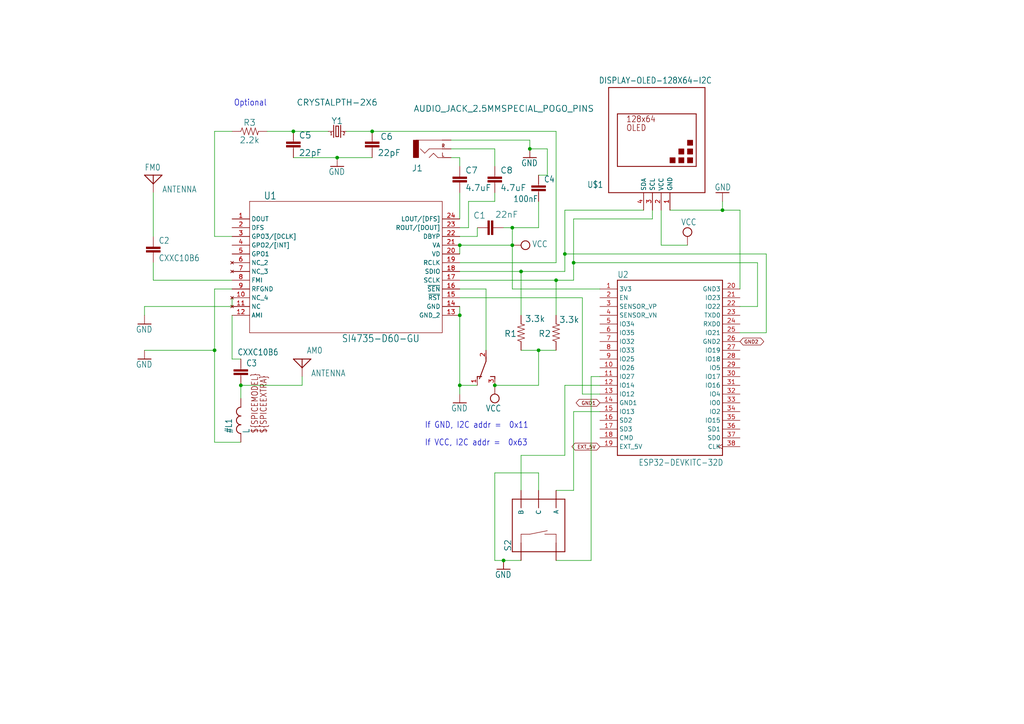
<source format=kicad_sch>
(kicad_sch (version 20231120) (generator "eeschema") (generator_version "8.0")
  (paper "A4")
  (lib_symbols
    (symbol "schematic_esp32_oled-eagle-import:2.2KOHM-0603-1/10W-1%"
      (property "Reference" "R" (at 0 1.524 0))
      (symbol "2.2KOHM-0603-1/10W-1%_1_0"
        (polyline (pts (xy -2.54 0) (xy -2.159 1.016)) (stroke (width 0.1524)))
        (polyline (pts (xy -2.159 1.016) (xy -1.524 -1.016)) (stroke (width 0.1524)))
        (polyline (pts (xy -1.524 -1.016) (xy -0.889 1.016)) (stroke (width 0.1524)))
        (polyline (pts (xy -0.889 1.016) (xy -0.254 -1.016)) (stroke (width 0.1524)))
        (polyline (pts (xy -0.254 -1.016) (xy 0.381 1.016)) (stroke (width 0.1524)))
        (polyline (pts (xy 0.381 1.016) (xy 1.016 -1.016)) (stroke (width 0.1524)))
        (polyline (pts (xy 1.016 -1.016) (xy 1.651 1.016)) (stroke (width 0.1524)))
        (polyline (pts (xy 1.651 1.016) (xy 2.286 -1.016)) (stroke (width 0.1524)))
        (polyline (pts (xy 2.286 -1.016) (xy 2.54 0)) (stroke (width 0.1524)))
        (pin passive line (at -5.08 0 0) (length 2.54) (name "1") (number "1"))
        (pin passive line (at 5.08 0 180) (length 2.54) (name "2") (number "2"))
      )
    )
    (symbol "schematic_esp32_oled-eagle-import:22NF/22,000PF-0603-50V-10%"
      (property "Reference" "C" (at 1.524 2.921 0))
      (symbol "22NF/22,000PF-0603-50V-10%_1_0"
        (rectangle (start -2.032 0.508) (end 2.032 1.016) (fill (type outline)))
        (rectangle (start -2.032 1.524) (end 2.032 2.032) (fill (type outline)))
        (polyline (pts (xy 0 0) (xy 0 0.508)) (stroke (width 0.1524)))
        (polyline (pts (xy 0 2.54) (xy 0 2.032)) (stroke (width 0.1524)))
        (pin passive line (at 0 5.08 270) (length 2.54) (name "1") (number "1"))
        (pin passive line (at 0 -2.54 90) (length 2.54) (name "2") (number "2"))
      )
    )
    (symbol "schematic_esp32_oled-eagle-import:22PF-0603-50V-5%"
      (property "Reference" "C" (at 1.524 2.921 0))
      (symbol "22PF-0603-50V-5%_1_0"
        (rectangle (start -2.032 0.508) (end 2.032 1.016) (fill (type outline)))
        (rectangle (start -2.032 1.524) (end 2.032 2.032) (fill (type outline)))
        (polyline (pts (xy 0 0) (xy 0 0.508)) (stroke (width 0.1524)))
        (polyline (pts (xy 0 2.54) (xy 0 2.032)) (stroke (width 0.1524)))
        (pin passive line (at 0 5.08 270) (length 2.54) (name "1") (number "1"))
        (pin passive line (at 0 -2.54 90) (length 2.54) (name "2") (number "2"))
      )
    )
    (symbol "schematic_esp32_oled-eagle-import:3.3KOHM-0603-1/10W-1%"
      (property "Reference" "R" (at 0 1.524 0))
      (symbol "3.3KOHM-0603-1/10W-1%_1_0"
        (polyline (pts (xy -2.54 0) (xy -2.159 1.016)) (stroke (width 0.1524)))
        (polyline (pts (xy -2.159 1.016) (xy -1.524 -1.016)) (stroke (width 0.1524)))
        (polyline (pts (xy -1.524 -1.016) (xy -0.889 1.016)) (stroke (width 0.1524)))
        (polyline (pts (xy -0.889 1.016) (xy -0.254 -1.016)) (stroke (width 0.1524)))
        (polyline (pts (xy -0.254 -1.016) (xy 0.381 1.016)) (stroke (width 0.1524)))
        (polyline (pts (xy 0.381 1.016) (xy 1.016 -1.016)) (stroke (width 0.1524)))
        (polyline (pts (xy 1.016 -1.016) (xy 1.651 1.016)) (stroke (width 0.1524)))
        (polyline (pts (xy 1.651 1.016) (xy 2.286 -1.016)) (stroke (width 0.1524)))
        (polyline (pts (xy 2.286 -1.016) (xy 2.54 0)) (stroke (width 0.1524)))
        (pin passive line (at -5.08 0 0) (length 2.54) (name "1") (number "1"))
        (pin passive line (at 5.08 0 180) (length 2.54) (name "2") (number "2"))
      )
    )
    (symbol "schematic_esp32_oled-eagle-import:4.7UF-1206-16V-(+80/-20%)"
      (property "Reference" "C" (at 1.524 2.921 0))
      (symbol "4.7UF-1206-16V-(+80/-20%)_1_0"
        (rectangle (start -2.032 0.508) (end 2.032 1.016) (fill (type outline)))
        (rectangle (start -2.032 1.524) (end 2.032 2.032) (fill (type outline)))
        (polyline (pts (xy 0 0) (xy 0 0.508)) (stroke (width 0.1524)))
        (polyline (pts (xy 0 2.54) (xy 0 2.032)) (stroke (width 0.1524)))
        (pin passive line (at 0 5.08 270) (length 2.54) (name "1") (number "1"))
        (pin passive line (at 0 -2.54 90) (length 2.54) (name "2") (number "2"))
      )
    )
    (symbol "schematic_esp32_oled-eagle-import:ANTENNA"
      (property "Reference" "ANT" (at -2.54 1.27 0))
      (symbol "ANTENNA_1_0"
        (polyline (pts (xy -2.54 0) (xy 0 0)) (stroke (width 0.254)))
        (polyline (pts (xy 0 -2.54) (xy -2.54 0)) (stroke (width 0.254)))
        (polyline (pts (xy 0 0) (xy 0 -2.54)) (stroke (width 0.254)))
        (polyline (pts (xy 0 0) (xy 2.54 0)) (stroke (width 0.254)))
        (polyline (pts (xy 2.54 0) (xy 0 -2.54)) (stroke (width 0.254)))
        (pin output line (at 0 -5.08 90) (length 2.54) (name "1") (number "1"))
      )
    )
    (symbol "schematic_esp32_oled-eagle-import:AUDIO_JACK_2.5MMSPECIAL_POGO_PINS"
      (property "Reference" "J" (at -5.08 3.048 0))
      (symbol "AUDIO_JACK_2.5MMSPECIAL_POGO_PINS_1_0"
        (rectangle (start -5.842 2.54) (end -4.318 -2.54) (fill (type outline)))
        (polyline (pts (xy -2.54 -1.27) (xy -3.81 0)) (stroke (width 0.1524)))
        (polyline (pts (xy -1.27 -2.54) (xy 0 -1.27)) (stroke (width 0.1524)))
        (polyline (pts (xy -1.27 0) (xy -2.54 -1.27)) (stroke (width 0.1524)))
        (polyline (pts (xy 0 -1.27) (xy 1.27 -2.54)) (stroke (width 0.1524)))
        (polyline (pts (xy 1.27 -2.54) (xy 2.54 -2.54)) (stroke (width 0.1524)))
        (polyline (pts (xy 2.54 0) (xy -1.27 0)) (stroke (width 0.1524)))
        (polyline (pts (xy 2.54 2.54) (xy -5.08 2.54)) (stroke (width 0.1524)))
        (text "L" (at 2.286 -2.286 0) (effects (font (size 1.016 0.8636) (thickness 0.1727) (bold yes)) (justify left bottom)))
        (text "R" (at 2.286 0.254 0) (effects (font (size 1.016 0.8636) (thickness 0.1727) (bold yes)) (justify left bottom)))
        (pin bidirectional line (at 5.08 2.54 180) (length 2.54) (name "SLEEVE") (number "RING1"))
        (pin bidirectional line (at 5.08 -2.54 180) (length 2.54) (name "LEFT") (number "SHIELD"))
        (pin bidirectional line (at 5.08 0 180) (length 2.54) (name "RIGHT") (number "TIP"))
      )
    )
    (symbol "schematic_esp32_oled-eagle-import:CRYSTALPTH-2X6"
      (property "Reference" "Y" (at 0 2.032 0))
      (symbol "CRYSTALPTH-2X6_1_0"
        (polyline (pts (xy -2.54 0) (xy -1.016 0)) (stroke (width 0.1524)))
        (polyline (pts (xy -1.016 1.778) (xy -1.016 -1.778)) (stroke (width 0.254)))
        (polyline (pts (xy -0.381 -1.524) (xy 0.381 -1.524)) (stroke (width 0.254)))
        (polyline (pts (xy -0.381 1.524) (xy -0.381 -1.524)) (stroke (width 0.254)))
        (polyline (pts (xy 0.381 -1.524) (xy 0.381 1.524)) (stroke (width 0.254)))
        (polyline (pts (xy 0.381 1.524) (xy -0.381 1.524)) (stroke (width 0.254)))
        (polyline (pts (xy 1.016 0) (xy 2.54 0)) (stroke (width 0.1524)))
        (polyline (pts (xy 1.016 1.778) (xy 1.016 -1.778)) (stroke (width 0.254)))
        (text "1" (at -2.159 -1.143 0) (effects (font (size 0.8636 0.734)) (justify left bottom)))
        (text "2" (at 1.524 -1.143 0) (effects (font (size 0.8636 0.734)) (justify left bottom)))
        (pin passive line (at -2.54 0 0) (length 0) (name "1") (number "1"))
        (pin passive line (at 2.54 0 180) (length 0) (name "2") (number "2"))
      )
    )
    (symbol "schematic_esp32_oled-eagle-import:CXXC10B6"
      (property "Reference" "CX" (at 1.524 0.381 0))
      (symbol "CXXC10B6_1_0"
        (rectangle (start -2.032 -2.032) (end 2.032 -1.524) (fill (type outline)))
        (rectangle (start -2.032 -1.016) (end 2.032 -0.508) (fill (type outline)))
        (polyline (pts (xy 0 -2.54) (xy 0 -2.032)) (stroke (width 0.1524)))
        (polyline (pts (xy 0 0) (xy 0 -0.508)) (stroke (width 0.1524)))
        (pin passive line (at 0 2.54 270) (length 2.54) (name "1") (number "1"))
        (pin passive line (at 0 -5.08 90) (length 2.54) (name "2") (number "2"))
      )
    )
    (symbol "schematic_esp32_oled-eagle-import:DISPLAY-OLED-128X64-I2C"
      (symbol "DISPLAY-OLED-128X64-I2C_1_0"
        (rectangle (start -11.684 0) (end -10.16 1.524) (fill (type outline)))
        (rectangle (start -11.684 2.54) (end -10.16 4.064) (fill (type outline)))
        (rectangle (start -11.684 5.08) (end -10.16 6.604) (fill (type outline)))
        (rectangle (start -9.144 2.54) (end -7.62 4.064) (fill (type outline)))
        (rectangle (start -9.144 5.08) (end -7.62 6.604) (fill (type outline)))
        (rectangle (start -6.604 5.08) (end -5.08 6.604) (fill (type outline)))
        (polyline (pts (xy -15.24 -15.24) (xy -15.24 15.24)) (stroke (width 0.254)))
        (polyline (pts (xy -15.24 15.24) (xy 12.7 15.24)) (stroke (width 0.254)))
        (polyline (pts (xy -12.7 -7.62) (xy -12.7 7.62)) (stroke (width 0.254)))
        (polyline (pts (xy -12.7 7.62) (xy 10.16 7.62)) (stroke (width 0.254)))
        (polyline (pts (xy 10.16 -7.62) (xy -12.7 -7.62)) (stroke (width 0.254)))
        (polyline (pts (xy 10.16 7.62) (xy 10.16 -7.62)) (stroke (width 0.254)))
        (polyline (pts (xy 12.7 -15.24) (xy -15.24 -15.24)) (stroke (width 0.254)))
        (polyline (pts (xy 12.7 15.24) (xy 12.7 -15.24)) (stroke (width 0.254)))
        (text "128x64" (at 7.62 -5.08 0) (effects (font (size 1.778 1.5113)) (justify right bottom)))
        (text "OLED" (at 7.62 -2.54 0) (effects (font (size 1.778 1.5113)) (justify right bottom)))
        (pin power_in line (at -5.08 20.32 270) (length 5.08) (name "GND") (number "1"))
        (pin power_in line (at -2.54 20.32 270) (length 5.08) (name "VCC") (number "2"))
        (pin bidirectional line (at 0 20.32 270) (length 5.08) (name "SCL") (number "3"))
        (pin bidirectional line (at 2.54 20.32 270) (length 5.08) (name "SDA") (number "4"))
      )
    )
    (symbol "schematic_esp32_oled-eagle-import:ENCODER-SWITCH"
      (property "Reference" "S" (at -7.62 7.874 0))
      (symbol "ENCODER-SWITCH_1_0"
        (polyline (pts (xy -7.62 -7.62) (xy -7.62 7.62)) (stroke (width 0.254)))
        (polyline (pts (xy -7.62 7.62) (xy 7.62 7.62)) (stroke (width 0.254)))
        (polyline (pts (xy -5.08 -5.08) (xy -2.54 -5.08)) (stroke (width 0.1524)))
        (polyline (pts (xy -5.08 5.08) (xy -2.54 5.08)) (stroke (width 0.1524)))
        (polyline (pts (xy -2.54 -5.08) (xy -2.54 -1.778)) (stroke (width 0.1524)))
        (polyline (pts (xy -2.54 2.54) (xy -1.524 -2.54)) (stroke (width 0.1524)))
        (polyline (pts (xy -2.54 5.08) (xy -2.54 2.54)) (stroke (width 0.1524)))
        (polyline (pts (xy 7.62 -7.62) (xy -7.62 -7.62)) (stroke (width 0.254)))
        (polyline (pts (xy 7.62 7.62) (xy 7.62 -7.62)) (stroke (width 0.254)))
        (pin bidirectional line (at 10.16 -5.08 180) (length 5.08) (name "A") (number "A"))
        (pin bidirectional line (at 10.16 5.08 180) (length 5.08) (name "B") (number "B"))
        (pin bidirectional line (at 10.16 0 180) (length 5.08) (name "C") (number "C"))
        (pin bidirectional line (at -10.16 5.08 0) (length 5.08) (name "SW+") (number "SW+"))
        (pin bidirectional line (at -10.16 -5.08 0) (length 5.08) (name "SW-") (number "SW-"))
      )
    )
    (symbol "schematic_esp32_oled-eagle-import:ESP32-DEVKITC-32D"
      (property "Reference" "U" (at -15.2572 26.0643 0))
      (symbol "ESP32-DEVKITC-32D_1_0"
        (polyline (pts (xy -15.24 -25.4) (xy -15.24 25.4)) (stroke (width 0.254)))
        (polyline (pts (xy -15.24 25.4) (xy 15.24 25.4)) (stroke (width 0.254)))
        (polyline (pts (xy 15.24 -25.4) (xy -15.24 -25.4)) (stroke (width 0.254)))
        (polyline (pts (xy 15.24 25.4) (xy 15.24 -25.4)) (stroke (width 0.254)))
        (pin power_in line (at -20.32 22.86 0) (length 5.08) (name "3V3") (number "1"))
        (pin bidirectional line (at -20.32 0 0) (length 5.08) (name "IO26") (number "10"))
        (pin bidirectional line (at -20.32 -2.54 0) (length 5.08) (name "IO27") (number "11"))
        (pin bidirectional line (at -20.32 -5.08 0) (length 5.08) (name "IO14") (number "12"))
        (pin bidirectional line (at -20.32 -7.62 0) (length 5.08) (name "IO12") (number "13"))
        (pin power_in line (at -20.32 -10.16 0) (length 5.08) (name "GND1") (number "14"))
        (pin bidirectional line (at -20.32 -12.7 0) (length 5.08) (name "IO13") (number "15"))
        (pin bidirectional line (at -20.32 -15.24 0) (length 5.08) (name "SD2") (number "16"))
        (pin bidirectional line (at -20.32 -17.78 0) (length 5.08) (name "SD3") (number "17"))
        (pin bidirectional line (at -20.32 -20.32 0) (length 5.08) (name "CMD") (number "18"))
        (pin power_in line (at -20.32 -22.86 0) (length 5.08) (name "EXT_5V") (number "19"))
        (pin input line (at -20.32 20.32 0) (length 5.08) (name "EN") (number "2"))
        (pin power_in line (at 20.32 22.86 180) (length 5.08) (name "GND3") (number "20"))
        (pin bidirectional line (at 20.32 20.32 180) (length 5.08) (name "IO23") (number "21"))
        (pin bidirectional line (at 20.32 17.78 180) (length 5.08) (name "IO22") (number "22"))
        (pin output line (at 20.32 15.24 180) (length 5.08) (name "TXD0") (number "23"))
        (pin input line (at 20.32 12.7 180) (length 5.08) (name "RXD0") (number "24"))
        (pin bidirectional line (at 20.32 10.16 180) (length 5.08) (name "IO21") (number "25"))
        (pin power_in line (at 20.32 7.62 180) (length 5.08) (name "GND2") (number "26"))
        (pin bidirectional line (at 20.32 5.08 180) (length 5.08) (name "IO19") (number "27"))
        (pin bidirectional line (at 20.32 2.54 180) (length 5.08) (name "IO18") (number "28"))
        (pin bidirectional line (at 20.32 0 180) (length 5.08) (name "IO5") (number "29"))
        (pin input line (at -20.32 17.78 0) (length 5.08) (name "SENSOR_VP") (number "3"))
        (pin bidirectional line (at 20.32 -2.54 180) (length 5.08) (name "IO17") (number "30"))
        (pin bidirectional line (at 20.32 -5.08 180) (length 5.08) (name "IO16") (number "31"))
        (pin bidirectional line (at 20.32 -7.62 180) (length 5.08) (name "IO4") (number "32"))
        (pin bidirectional line (at 20.32 -10.16 180) (length 5.08) (name "IO0") (number "33"))
        (pin bidirectional line (at 20.32 -12.7 180) (length 5.08) (name "IO2") (number "34"))
        (pin bidirectional line (at 20.32 -15.24 180) (length 5.08) (name "IO15") (number "35"))
        (pin bidirectional line (at 20.32 -17.78 180) (length 5.08) (name "SD1") (number "36"))
        (pin bidirectional line (at 20.32 -20.32 180) (length 5.08) (name "SD0") (number "37"))
        (pin input clock (at 20.32 -22.86 180) (length 5.08) (name "CLK") (number "38"))
        (pin input line (at -20.32 15.24 0) (length 5.08) (name "SENSOR_VN") (number "4"))
        (pin bidirectional line (at -20.32 12.7 0) (length 5.08) (name "IO34") (number "5"))
        (pin bidirectional line (at -20.32 10.16 0) (length 5.08) (name "IO35") (number "6"))
        (pin bidirectional line (at -20.32 7.62 0) (length 5.08) (name "IO32") (number "7"))
        (pin bidirectional line (at -20.32 5.08 0) (length 5.08) (name "IO33") (number "8"))
        (pin bidirectional line (at -20.32 2.54 0) (length 5.08) (name "IO25") (number "9"))
      )
    )
    (symbol "schematic_esp32_oled-eagle-import:GND" (power)
      (symbol "GND_1_0"
        (polyline (pts (xy -1.905 0) (xy 1.905 0)) (stroke (width 0.254)))
        (pin power_in line (at 0 2.54 270) (length 2.54) (name "GND") (number "1"))
      )
    )
    (symbol "schematic_esp32_oled-eagle-import:L"
      (property "Reference" "#L" (at -2.54 2.54 0))
      (symbol "L_1_0"
        (arc (start 0 0) (mid -1.27 1.27) (end -2.54 0) (stroke (width 0.254)))
        (arc (start 2.54 0) (mid 1.27 1.27) (end 0 0) (stroke (width 0.254)))
        (arc (start 5.08 0) (mid 3.81 1.27) (end 2.54 0) (stroke (width 0.254)))
        (text "${SPICEEXTRA}" (at -2.54 -7.62 0) (effects (font (size 1.778 1.5113)) (justify left bottom)))
        (text "${SPICEMODEL}" (at -2.54 -5.08 0) (effects (font (size 1.778 1.5113)) (justify left bottom)))
        (pin passive line (at -5.08 0 0) (length 2.54) (name "1") (number "1"))
        (pin passive line (at 7.62 0 180) (length 2.54) (name "2") (number "2"))
      )
    )
    (symbol "schematic_esp32_oled-eagle-import:SI4735-D60-GU"
      (symbol "SI4735-D60-GU_1_0"
        (polyline (pts (xy 7.62 -33.02) (xy 63.5 -33.02)) (stroke (width 0.1524)))
        (polyline (pts (xy 7.62 5.08) (xy 7.62 -33.02)) (stroke (width 0.1524)))
        (polyline (pts (xy 63.5 -33.02) (xy 63.5 5.08)) (stroke (width 0.1524)))
        (polyline (pts (xy 63.5 5.08) (xy 7.62 5.08)) (stroke (width 0.1524)))
        (pin output line (at 2.54 0 0) (length 5.08) (name "DOUT") (number "1"))
        (pin no_connect line (at 2.54 -22.86 0) (length 5.08) (name "NC_4") (number "10"))
        (pin no_connect line (at 2.54 -25.4 0) (length 5.08) (name "NC") (number "11"))
        (pin input line (at 2.54 -27.94 0) (length 5.08) (name "AMI") (number "12"))
        (pin passive line (at 68.58 -27.94 180) (length 5.08) (name "GND_2") (number "13"))
        (pin passive line (at 68.58 -25.4 180) (length 5.08) (name "GND") (number "14"))
        (pin input line (at 68.58 -22.86 180) (length 5.08) (name "~{RST}") (number "15"))
        (pin input line (at 68.58 -20.32 180) (length 5.08) (name "~{SEN}") (number "16"))
        (pin input line (at 68.58 -17.78 180) (length 5.08) (name "SCLK") (number "17"))
        (pin bidirectional line (at 68.58 -15.24 180) (length 5.08) (name "SDIO") (number "18"))
        (pin input line (at 68.58 -12.7 180) (length 5.08) (name "RCLK") (number "19"))
        (pin input line (at 2.54 -2.54 0) (length 5.08) (name "DFS") (number "2"))
        (pin power_in line (at 68.58 -10.16 180) (length 5.08) (name "VD") (number "20"))
        (pin power_in line (at 68.58 -7.62 180) (length 5.08) (name "VA") (number "21"))
        (pin passive line (at 68.58 -5.08 180) (length 5.08) (name "DBYP") (number "22"))
        (pin output line (at 68.58 -2.54 180) (length 5.08) (name "ROUT/[DOUT]") (number "23"))
        (pin output line (at 68.58 0 180) (length 5.08) (name "LOUT/[DFS]") (number "24"))
        (pin bidirectional line (at 2.54 -5.08 0) (length 5.08) (name "GPO3/[DCLK]") (number "3"))
        (pin bidirectional line (at 2.54 -7.62 0) (length 5.08) (name "GPO2/[INT]") (number "4"))
        (pin output line (at 2.54 -10.16 0) (length 5.08) (name "GPO1") (number "5"))
        (pin no_connect line (at 2.54 -12.7 0) (length 5.08) (name "NC_2") (number "6"))
        (pin no_connect line (at 2.54 -15.24 0) (length 5.08) (name "NC_3") (number "7"))
        (pin input line (at 2.54 -17.78 0) (length 5.08) (name "FMI") (number "8"))
        (pin passive line (at 2.54 -20.32 0) (length 5.08) (name "RFGND") (number "9"))
      )
    )
    (symbol "schematic_esp32_oled-eagle-import:TL36WO"
      (property "Reference" "S" (at 5.08 -2.54 90))
      (symbol "TL36WO_1_0"
        (polyline (pts (xy -2.54 2.54) (xy -2.54 3.175)) (stroke (width 0.254)))
        (polyline (pts (xy -2.54 2.54) (xy -1.27 2.54)) (stroke (width 0.254)))
        (polyline (pts (xy 0 -3.175) (xy 0 -1.905)) (stroke (width 0.254)))
        (polyline (pts (xy 0 -1.905) (xy -1.905 3.175)) (stroke (width 0.254)))
        (polyline (pts (xy 1.27 2.54) (xy 2.54 2.54)) (stroke (width 0.254)))
        (polyline (pts (xy 2.54 2.54) (xy 2.54 3.175)) (stroke (width 0.254)))
        (pin passive line (at -2.54 5.08 270) (length 2.54) (name "O") (number "1"))
        (pin passive line (at 0 -5.08 90) (length 2.54) (name "P") (number "2"))
        (pin passive line (at 2.54 5.08 270) (length 2.54) (name "S") (number "3"))
      )
    )
    (symbol "schematic_esp32_oled-eagle-import:VCC" (power)
      (symbol "VCC_1_0"
        (circle (center 0 1.27) (radius 1.27) (stroke (width 0.254)))
        (pin power_in line (at 0 -2.54 90) (length 2.54) (name "VCC") (number "1"))
      )
    )
  )
  (junction (at 209.55 60.96))
  (junction (at 62.23 101.6))
  (junction (at 166.37 76.2))
  (junction (at 151.13 78.74))
  (junction (at 69.85 111.76))
  (junction (at 153.67 43.18))
  (junction (at 148.59 66.04))
  (junction (at 97.79 45.72))
  (junction (at 146.05 162.56))
  (junction (at 143.51 111.76))
  (junction (at 156.21 101.6))
  (junction (at 133.35 71.12))
  (junction (at 107.95 38.1))
  (junction (at 85.09 38.1))
  (junction (at 148.59 71.12))
  (junction (at 163.83 73.66))
  (junction (at 133.35 91.44))
  (junction (at 161.29 81.28))
  (junction (at 133.35 111.76))
  (wire (pts (xy 189.23 63.5) (xy 166.37 63.5)) (stroke (width 0.1524)))
  (wire (pts (xy 67.31 104.14) (xy 69.85 104.14)) (stroke (width 0.1524)))
  (wire (pts (xy 173.99 114.3) (xy 168.91 114.3)) (stroke (width 0.1524)))
  (wire (pts (xy 133.35 66.04) (xy 135.89 66.04)) (stroke (width 0.1524)))
  (wire (pts (xy 140.97 83.82) (xy 140.97 101.6)) (stroke (width 0.1524)))
  (wire (pts (xy 67.31 83.82) (xy 62.23 83.82)) (stroke (width 0.1524)))
  (wire (pts (xy 138.43 111.76) (xy 133.35 111.76)) (stroke (width 0.1524)))
  (wire (pts (xy 214.63 96.52) (xy 222.25 96.52)) (stroke (width 0.1524)))
  (wire (pts (xy 209.55 60.96) (xy 209.55 58.42)) (stroke (width 0.1524)))
  (wire (pts (xy 133.35 111.76) (xy 133.35 91.44)) (stroke (width 0.1524)))
  (wire (pts (xy 222.25 96.52) (xy 222.25 73.66)) (stroke (width 0.1524)))
  (wire (pts (xy 166.37 81.28) (xy 166.37 76.2)) (stroke (width 0.1524)))
  (wire (pts (xy 67.31 81.28) (xy 44.45 81.28)) (stroke (width 0.1524)))
  (wire (pts (xy 87.63 109.22) (xy 87.63 111.76)) (stroke (width 0.1524)))
  (wire (pts (xy 130.81 43.18) (xy 143.51 43.18)) (stroke (width 0.1524)))
  (wire (pts (xy 156.21 66.04) (xy 148.59 66.04)) (stroke (width 0.1524)))
  (wire (pts (xy 135.89 66.04) (xy 135.89 58.42)) (stroke (width 0.1524)))
  (wire (pts (xy 148.59 66.04) (xy 148.59 71.12)) (stroke (width 0.1524)))
  (wire (pts (xy 156.21 101.6) (xy 161.29 101.6)) (stroke (width 0.1524)))
  (wire (pts (xy 107.95 45.72) (xy 97.79 45.72)) (stroke (width 0.1524)))
  (wire (pts (xy 143.51 137.16) (xy 143.51 162.56)) (stroke (width 0.1524)))
  (wire (pts (xy 67.31 86.36) (xy 67.31 88.9)) (stroke (width 0.1524)))
  (wire (pts (xy 133.35 76.2) (xy 161.29 76.2)) (stroke (width 0.1524)))
  (wire (pts (xy 41.91 101.6) (xy 62.23 101.6)) (stroke (width 0.1524)))
  (wire (pts (xy 62.23 38.1) (xy 67.31 38.1)) (stroke (width 0.1524)))
  (wire (pts (xy 67.31 88.9) (xy 41.91 88.9)) (stroke (width 0.1524)))
  (wire (pts (xy 44.45 68.58) (xy 44.45 55.88)) (stroke (width 0.1524)))
  (wire (pts (xy 44.45 81.28) (xy 44.45 76.2)) (stroke (width 0.1524)))
  (wire (pts (xy 133.35 71.12) (xy 148.59 71.12)) (stroke (width 0.1524)))
  (wire (pts (xy 214.63 83.82) (xy 214.63 60.96)) (stroke (width 0.1524)))
  (wire (pts (xy 191.77 60.96) (xy 191.77 71.12)) (stroke (width 0.1524)))
  (wire (pts (xy 143.51 43.18) (xy 143.51 48.26)) (stroke (width 0.1524)))
  (wire (pts (xy 194.31 60.96) (xy 209.55 60.96)) (stroke (width 0.1524)))
  (wire (pts (xy 161.29 38.1) (xy 107.95 38.1)) (stroke (width 0.1524)))
  (wire (pts (xy 163.83 60.96) (xy 163.83 73.66)) (stroke (width 0.1524)))
  (wire (pts (xy 151.13 78.74) (xy 163.83 78.74)) (stroke (width 0.1524)))
  (wire (pts (xy 166.37 142.24) (xy 161.29 142.24)) (stroke (width 0.1524)))
  (wire (pts (xy 130.81 45.72) (xy 133.35 45.72)) (stroke (width 0.1524)))
  (wire (pts (xy 62.23 83.82) (xy 62.23 101.6)) (stroke (width 0.1524)))
  (wire (pts (xy 67.31 91.44) (xy 67.31 104.14)) (stroke (width 0.1524)))
  (wire (pts (xy 214.63 88.9) (xy 219.71 88.9)) (stroke (width 0.1524)))
  (wire (pts (xy 156.21 137.16) (xy 143.51 137.16)) (stroke (width 0.1524)))
  (wire (pts (xy 133.35 71.12) (xy 133.35 73.66)) (stroke (width 0.1524)))
  (wire (pts (xy 133.35 86.36) (xy 168.91 86.36)) (stroke (width 0.1524)))
  (wire (pts (xy 135.89 58.42) (xy 143.51 58.42)) (stroke (width 0.1524)))
  (wire (pts (xy 143.51 111.76) (xy 156.21 111.76)) (stroke (width 0.1524)))
  (wire (pts (xy 158.75 50.8) (xy 156.21 50.8)) (stroke (width 0.1524)))
  (wire (pts (xy 153.67 40.64) (xy 153.67 43.18)) (stroke (width 0.1524)))
  (wire (pts (xy 138.43 66.04) (xy 138.43 68.58)) (stroke (width 0.1524)))
  (wire (pts (xy 163.83 111.76) (xy 163.83 132.08)) (stroke (width 0.1524)))
  (wire (pts (xy 161.29 76.2) (xy 161.29 38.1)) (stroke (width 0.1524)))
  (wire (pts (xy 163.83 73.66) (xy 163.83 78.74)) (stroke (width 0.1524)))
  (wire (pts (xy 41.91 88.9) (xy 41.91 91.44)) (stroke (width 0.1524)))
  (wire (pts (xy 151.13 101.6) (xy 156.21 101.6)) (stroke (width 0.1524)))
  (wire (pts (xy 166.37 119.38) (xy 166.37 142.24)) (stroke (width 0.1524)))
  (wire (pts (xy 138.43 68.58) (xy 133.35 68.58)) (stroke (width 0.1524)))
  (wire (pts (xy 156.21 111.76) (xy 156.21 101.6)) (stroke (width 0.1524)))
  (wire (pts (xy 95.25 38.1) (xy 85.09 38.1)) (stroke (width 0.1524)))
  (wire (pts (xy 151.13 162.56) (xy 146.05 162.56)) (stroke (width 0.1524)))
  (wire (pts (xy 148.59 83.82) (xy 148.59 71.12)) (stroke (width 0.1524)))
  (wire (pts (xy 133.35 63.5) (xy 133.35 55.88)) (stroke (width 0.1524)))
  (wire (pts (xy 189.23 60.96) (xy 189.23 63.5)) (stroke (width 0.1524)))
  (wire (pts (xy 186.69 60.96) (xy 163.83 60.96)) (stroke (width 0.1524)))
  (wire (pts (xy 62.23 128.27) (xy 69.85 128.27)) (stroke (width 0.1524)))
  (wire (pts (xy 69.85 115.57) (xy 69.85 111.76)))
  (wire (pts (xy 191.77 71.12) (xy 199.39 71.12)) (stroke (width 0.1524)))
  (wire (pts (xy 100.33 38.1) (xy 107.95 38.1)) (stroke (width 0.1524)))
  (wire (pts (xy 62.23 101.6) (xy 62.23 128.27)) (stroke (width 0.1524)))
  (wire (pts (xy 173.99 109.22) (xy 171.45 109.22)) (stroke (width 0.1524)))
  (wire (pts (xy 133.35 114.3) (xy 133.35 111.76)) (stroke (width 0.1524)))
  (wire (pts (xy 166.37 76.2) (xy 166.37 63.5)) (stroke (width 0.1524)))
  (wire (pts (xy 130.81 40.64) (xy 153.67 40.64)) (stroke (width 0.1524)))
  (wire (pts (xy 158.75 43.18) (xy 158.75 50.8)) (stroke (width 0.1524)))
  (wire (pts (xy 156.21 142.24) (xy 156.21 137.16)) (stroke (width 0.1524)))
  (wire (pts (xy 161.29 91.44) (xy 161.29 81.28)) (stroke (width 0.1524)))
  (wire (pts (xy 161.29 81.28) (xy 166.37 81.28)) (stroke (width 0.1524)))
  (wire (pts (xy 173.99 111.76) (xy 163.83 111.76)) (stroke (width 0.1524)))
  (wire (pts (xy 173.99 83.82) (xy 148.59 83.82)) (stroke (width 0.1524)))
  (wire (pts (xy 146.05 66.04) (xy 148.59 66.04)) (stroke (width 0.1524)))
  (wire (pts (xy 62.23 68.58) (xy 62.23 38.1)) (stroke (width 0.1524)))
  (wire (pts (xy 171.45 109.22) (xy 171.45 162.56)) (stroke (width 0.1524)))
  (wire (pts (xy 173.99 119.38) (xy 166.37 119.38)) (stroke (width 0.1524)))
  (wire (pts (xy 133.35 83.82) (xy 140.97 83.82)) (stroke (width 0.1524)))
  (wire (pts (xy 143.51 162.56) (xy 146.05 162.56)) (stroke (width 0.1524)))
  (wire (pts (xy 219.71 88.9) (xy 219.71 76.2)) (stroke (width 0.1524)))
  (wire (pts (xy 153.67 43.18) (xy 158.75 43.18)) (stroke (width 0.1524)))
  (wire (pts (xy 133.35 81.28) (xy 161.29 81.28)) (stroke (width 0.1524)))
  (wire (pts (xy 156.21 58.42) (xy 156.21 66.04)) (stroke (width 0.1524)))
  (wire (pts (xy 222.25 73.66) (xy 163.83 73.66)) (stroke (width 0.1524)))
  (wire (pts (xy 133.35 45.72) (xy 133.35 48.26)) (stroke (width 0.1524)))
  (wire (pts (xy 85.09 45.72) (xy 97.79 45.72)) (stroke (width 0.1524)))
  (wire (pts (xy 214.63 60.96) (xy 209.55 60.96)) (stroke (width 0.1524)))
  (wire (pts (xy 133.35 88.9) (xy 133.35 91.44)) (stroke (width 0.1524)))
  (wire (pts (xy 163.83 132.08) (xy 151.13 132.08)) (stroke (width 0.1524)))
  (wire (pts (xy 161.29 162.56) (xy 171.45 162.56)) (stroke (width 0.1524)))
  (wire (pts (xy 151.13 91.44) (xy 151.13 78.74)) (stroke (width 0.1524)))
  (wire (pts (xy 67.31 68.58) (xy 62.23 68.58)) (stroke (width 0.1524)))
  (wire (pts (xy 219.71 76.2) (xy 166.37 76.2)) (stroke (width 0.1524)))
  (wire (pts (xy 77.47 38.1) (xy 85.09 38.1)) (stroke (width 0.1524)))
  (wire (pts (xy 143.51 58.42) (xy 143.51 55.88)) (stroke (width 0.1524)))
  (wire (pts (xy 87.63 111.76) (xy 69.85 111.76)) (stroke (width 0.1524)))
  (wire (pts (xy 151.13 132.08) (xy 151.13 142.24)) (stroke (width 0.1524)))
  (wire (pts (xy 168.91 114.3) (xy 168.91 86.36)) (stroke (width 0.1524)))
  (wire (pts (xy 133.35 78.74) (xy 151.13 78.74)) (stroke (width 0.1524)))
  (text "If GND, I2C addr =  0x11" (at 123.19 124.46 0) (effects (font (size 1.778 1.5113)) (justify left bottom)))
  (text "If VCC, I2C addr =  0x63" (at 123.19 129.54 0) (effects (font (size 1.778 1.5113)) (justify left bottom)))
  (text "Optional" (at 67.818 30.988 0) (effects (font (size 1.778 1.5113)) (justify left bottom)))
  (global_label "GND2" (shape bidirectional) (at 214.63 99.06 0) (effects (font (size 1.016 1.016))) (property "Intersheetrefs" "${INTERSHEET_REFS}" (effects (hide yes))))
  (global_label "EXT_5V" (shape bidirectional) (at 173.99 129.54 180) (effects (font (size 1.016 1.016))) (property "Intersheetrefs" "${INTERSHEET_REFS}" (effects (hide yes))))
  (global_label "GND1" (shape bidirectional) (at 173.99 116.84 180) (effects (font (size 1.016 1.016))) (property "Intersheetrefs" "${INTERSHEET_REFS}" (effects (hide yes))))
  (symbol (lib_id "schematic_esp32_oled-eagle-import:CXXC10B6") (at 44.45 71.12 0) (unit 1)
    (property "Reference" "C2" (at 45.974 70.739 0) (effects (font (size 1.778 1.5113)) (justify left bottom)))
    (property "Value" "CXXC10B6" (at 45.974 75.819 0) (effects (font (size 1.778 1.5113)) (justify left bottom)))
    (property "Footprint" "schematic_esp32_oled:XC10B6" (effects (hide yes)))
  )
  (symbol (lib_id "schematic_esp32_oled-eagle-import:ENCODER-SWITCH") (at 156.21 152.4 90) (unit 1)
    (property "Reference" "S2" (at 148.336 160.02 0) (effects (font (size 1.778 1.778)) (justify left bottom)))
    (property "Value" "ENCODER-SWITCH" (effects (hide yes)))
    (property "Footprint" "Rotary_Encoder:RotaryEncoder_Alps_EC11E-Switch_Vertical_H20mm" (effects (hide yes)))
  )
  (symbol (lib_id "schematic_esp32_oled-eagle-import:SI4735-D60-GU") (at 64.77 63.5 0) (unit 1)
    (property "Reference" "U1" (at 76.454 57.912 0) (effects (font (size 2.0828 1.7703)) (justify left bottom)))
    (property "Value" "SI4735-D60-GU" (at 99.06 99.314 0) (effects (font (size 2.0828 1.7703)) (justify left bottom)))
    (property "Footprint" "Package_SO:SSOP-24_3.9x8.7mm_P0.635mm" (effects (hide yes)))
  )
  (symbol (lib_id "schematic_esp32_oled-eagle-import:ESP32-DEVKITC-32D") (at 194.31 106.68 0) (unit 1)
    (property "Reference" "U2" (at 179.0528 80.6157 0) (effects (font (size 1.78 1.513)) (justify left bottom)))
    (property "Value" "ESP32-DEVKITC-32D" (at 185.166 135.128 0) (effects (font (size 1.7799 1.5129)) (justify left bottom)))
    (property "Footprint" "PCM_Espressif:ESP32-DevKitC-no_ant" (effects (hide yes)))
  )
  (symbol (lib_id "schematic_esp32_oled-eagle-import:GND") (at 146.05 165.1 0) (unit 1)
    (property "Reference" "#GND06" (effects (hide yes)))
    (property "Value" "GND" (at 143.51 167.64 0) (effects (font (size 1.778 1.5113)) (justify left bottom)))
  )
  (symbol (lib_id "schematic_esp32_oled-eagle-import:CXXC10B6") (at 156.21 53.34 0) (unit 1)
    (property "Reference" "C4" (at 157.734 52.959 0) (effects (font (size 1.778 1.5113)) (justify left bottom)))
    (property "Value" "100nF" (at 148.844 58.674 0) (effects (font (size 1.778 1.5113)) (justify left bottom)))
    (property "Footprint" "schematic_esp32_oled:XC10B6" (effects (hide yes)))
  )
  (symbol (lib_id "schematic_esp32_oled-eagle-import:22NF/22,000PF-0603-50V-10%") (at 143.51 66.04 90) (unit 1)
    (property "Reference" "C1" (at 140.97 61.468 90) (effects (font (size 1.778 1.778)) (justify left bottom)))
    (property "Value" "22nF" (at 150.368 61.214 90) (effects (font (size 1.778 1.778)) (justify left bottom)))
    (property "Footprint" "schematic_esp32_oled:0603" (effects (hide yes)))
  )
  (symbol (lib_id "schematic_esp32_oled-eagle-import:ANTENNA") (at 87.63 104.14 0) (unit 1)
    (property "Reference" "AM0" (at 88.9 102.616 0) (effects (font (size 1.778 1.5113)) (justify left bottom)))
    (property "Value" "ANTENNA" (at 90.17 109.22 0) (effects (font (size 1.778 1.5113)) (justify left bottom)))
    (property "Footprint" "schematic_esp32_oled:PAD-01" (effects (hide yes)))
  )
  (symbol (lib_id "schematic_esp32_oled-eagle-import:GND") (at 209.55 55.88 180) (unit 1)
    (property "Reference" "#GND02" (effects (hide yes)))
    (property "Value" "GND" (at 212.09 53.34 0) (effects (font (size 1.778 1.5113)) (justify left bottom)))
  )
  (symbol (lib_id "schematic_esp32_oled-eagle-import:ANTENNA") (at 44.45 50.8 0) (unit 1)
    (property "Reference" "FM0" (at 41.91 49.53 0) (effects (font (size 1.778 1.5113)) (justify left bottom)))
    (property "Value" "ANTENNA" (at 46.99 55.88 0) (effects (font (size 1.778 1.5113)) (justify left bottom)))
    (property "Footprint" "schematic_esp32_oled:PAD-01" (effects (hide yes)))
  )
  (symbol (lib_id "schematic_esp32_oled-eagle-import:CXXC10B6") (at 69.85 106.68 0) (unit 1)
    (property "Reference" "C3" (at 71.374 106.299 0) (effects (font (size 1.778 1.5113)) (justify left bottom)))
    (property "Value" "CXXC10B6" (at 68.834 103.124 0) (effects (font (size 1.778 1.5113)) (justify left bottom)))
    (property "Footprint" "schematic_esp32_oled:XC10B6" (effects (hide yes)))
  )
  (symbol (lib_id "schematic_esp32_oled-eagle-import:22PF-0603-50V-5%") (at 107.95 43.18 0) (unit 1)
    (property "Reference" "C6" (at 110.236 40.64 0) (effects (font (size 1.778 1.778)) (justify left bottom)))
    (property "Value" "22pF" (at 109.474 45.339 0) (effects (font (size 1.778 1.778)) (justify left bottom)))
    (property "Footprint" "schematic_esp32_oled:0603" (effects (hide yes)))
  )
  (symbol (lib_id "schematic_esp32_oled-eagle-import:4.7UF-1206-16V-(+80/-20%)") (at 143.51 53.34 0) (unit 1)
    (property "Reference" "C8" (at 145.034 50.419 0) (effects (font (size 1.778 1.778)) (justify left bottom)))
    (property "Value" "4.7uF" (at 145.034 55.499 0) (effects (font (size 1.778 1.778)) (justify left bottom)))
    (property "Footprint" "schematic_esp32_oled:1206" (effects (hide yes)))
  )
  (symbol (lib_id "schematic_esp32_oled-eagle-import:VCC") (at 151.13 71.12 270) (unit 1)
    (property "Reference" "#SUPPLY01" (effects (hide yes)))
    (property "Value" "VCC" (at 154.305 71.755 90) (effects (font (size 1.778 1.5113)) (justify left bottom)))
  )
  (symbol (lib_id "schematic_esp32_oled-eagle-import:3.3KOHM-0603-1/10W-1%") (at 151.13 96.52 90) (unit 1)
    (property "Reference" "R1" (at 148.082 95.758 90) (effects (font (size 1.778 1.778)) (justify bottom)))
    (property "Value" "3.3k" (at 155.194 93.472 90) (effects (font (size 1.778 1.778)) (justify top)))
    (property "Footprint" "schematic_esp32_oled:0603" (effects (hide yes)))
  )
  (symbol (lib_id "schematic_esp32_oled-eagle-import:2.2KOHM-0603-1/10W-1%") (at 72.39 38.1 0) (unit 1)
    (property "Reference" "R3" (at 72.39 36.576 0) (effects (font (size 1.778 1.778)) (justify bottom)))
    (property "Value" "2.2k" (at 72.39 39.624 0) (effects (font (size 1.778 1.778)) (justify top)))
    (property "Footprint" "schematic_esp32_oled:0603" (effects (hide yes)))
  )
  (symbol (lib_id "schematic_esp32_oled-eagle-import:AUDIO_JACK_2.5MMSPECIAL_POGO_PINS") (at 125.73 43.18 0) (unit 1)
    (property "Reference" "J1" (at 119.38 49.784 0) (effects (font (size 1.778 1.778)) (justify left bottom)))
    (property "Value" "AUDIO_JACK_2.5MMSPECIAL_POGO_PINS" (at 119.888 32.512 0) (effects (font (size 1.778 1.778)) (justify left bottom)))
    (property "Footprint" "schematic_esp32_oled:STEREOJACK2.5MM_SPECIAL_POGOPINS" (effects (hide yes)))
  )
  (symbol (lib_id "schematic_esp32_oled-eagle-import:GND") (at 41.91 104.14 0) (unit 1)
    (property "Reference" "#GND05" (effects (hide yes)))
    (property "Value" "GND" (at 39.37 106.68 0) (effects (font (size 1.778 1.5113)) (justify left bottom)))
  )
  (symbol (lib_id "schematic_esp32_oled-eagle-import:GND") (at 41.91 93.98 0) (unit 1)
    (property "Reference" "#GND07" (effects (hide yes)))
    (property "Value" "GND" (at 39.37 96.52 0) (effects (font (size 1.778 1.5113)) (justify left bottom)))
  )
  (symbol (lib_id "schematic_esp32_oled-eagle-import:GND") (at 133.35 116.84 0) (unit 1)
    (property "Reference" "#GND01" (effects (hide yes)))
    (property "Value" "GND" (at 130.81 119.38 0) (effects (font (size 1.778 1.5113)) (justify left bottom)))
  )
  (symbol (lib_id "schematic_esp32_oled-eagle-import:CRYSTALPTH-2X6") (at 97.79 38.1 0) (unit 1)
    (property "Reference" "Y1" (at 97.79 36.068 0) (effects (font (size 1.778 1.778)) (justify bottom)))
    (property "Value" "CRYSTALPTH-2X6" (at 97.79 28.702 0) (effects (font (size 1.778 1.778)) (justify top)))
    (property "Footprint" "schematic_esp32_oled:CRYSTAL-PTH-2X6-CYL" (effects (hide yes)))
  )
  (symbol (lib_id "schematic_esp32_oled-eagle-import:3.3KOHM-0603-1/10W-1%") (at 161.29 96.52 90) (unit 1)
    (property "Reference" "R2" (at 157.988 95.758 90) (effects (font (size 1.778 1.778)) (justify bottom)))
    (property "Value" "3.3k" (at 165.1 93.726 90) (effects (font (size 1.778 1.778)) (justify top)))
    (property "Footprint" "schematic_esp32_oled:0603" (effects (hide yes)))
  )
  (symbol (lib_id "schematic_esp32_oled-eagle-import:DISPLAY-OLED-128X64-I2C") (at 189.23 40.64 180) (unit 1)
    (property "Reference" "U$1" (at 175.006 52.578 0) (effects (font (size 1.778 1.5113)) (justify left bottom)))
    (property "Value" "DISPLAY-OLED-128X64-I2C" (at 206.502 22.352 0) (effects (font (size 1.778 1.5113)) (justify left bottom)))
    (property "Footprint" "Display:Adafruit_SSD1306" (effects (hide yes)))
  )
  (symbol (lib_id "schematic_esp32_oled-eagle-import:22PF-0603-50V-5%") (at 85.09 43.18 0) (unit 1)
    (property "Reference" "C5" (at 86.614 40.259 0) (effects (font (size 1.778 1.778)) (justify left bottom)))
    (property "Value" "22pF" (at 86.614 45.339 0) (effects (font (size 1.778 1.778)) (justify left bottom)))
    (property "Footprint" "schematic_esp32_oled:0603" (effects (hide yes)))
  )
  (symbol (lib_id "schematic_esp32_oled-eagle-import:GND") (at 97.79 48.26 0) (unit 1)
    (property "Reference" "#GND03" (effects (hide yes)))
    (property "Value" "GND" (at 95.25 50.8 0) (effects (font (size 1.778 1.5113)) (justify left bottom)))
  )
  (symbol (lib_id "schematic_esp32_oled-eagle-import:GND") (at 153.67 45.72 0) (unit 1)
    (property "Reference" "#GND04" (effects (hide yes)))
    (property "Value" "GND" (at 151.13 48.26 0) (effects (font (size 1.778 1.5113)) (justify left bottom)))
  )
  (symbol (lib_id "schematic_esp32_oled-eagle-import:VCC") (at 143.51 114.3 180) (unit 1)
    (property "Reference" "#SUPPLY04" (effects (hide yes)))
    (property "Value" "VCC" (at 145.415 117.475 0) (effects (font (size 1.778 1.5113)) (justify left bottom)))
  )
  (symbol (lib_id "schematic_esp32_oled-eagle-import:TL36WO") (at 140.97 106.68 0) (mirror x) (unit 1)
    (property "Reference" "S1" (effects (hide yes)))
    (property "Value" "TL36WO" (effects (hide yes)))
    (property "Footprint" "schematic_esp32_oled:TL3XWO" (effects (hide yes)))
  )
  (symbol (lib_id "schematic_esp32_oled-eagle-import:L") (at 69.85 123.19 90) (unit 1)
    (property "Reference" "#L1" (at 67.31 125.73 0) (effects (font (size 1.778 1.5113)) (justify left bottom)))
    (property "Value" "L" (at 72.39 125.73 0) (effects (font (size 1.778 1.5113)) (justify left bottom)))
  )
  (symbol (lib_id "schematic_esp32_oled-eagle-import:4.7UF-1206-16V-(+80/-20%)") (at 133.35 53.34 0) (unit 1)
    (property "Reference" "C7" (at 134.874 50.419 0) (effects (font (size 1.778 1.778)) (justify left bottom)))
    (property "Value" "4.7uF" (at 134.874 55.499 0) (effects (font (size 1.778 1.778)) (justify left bottom)))
    (property "Footprint" "schematic_esp32_oled:1206" (effects (hide yes)))
  )
  (symbol (lib_id "schematic_esp32_oled-eagle-import:VCC") (at 199.39 68.58 0) (unit 1)
    (property "Reference" "#SUPPLY02" (effects (hide yes)))
    (property "Value" "VCC" (at 197.485 65.405 0) (effects (font (size 1.778 1.5113)) (justify left bottom)))
  )
)
</source>
